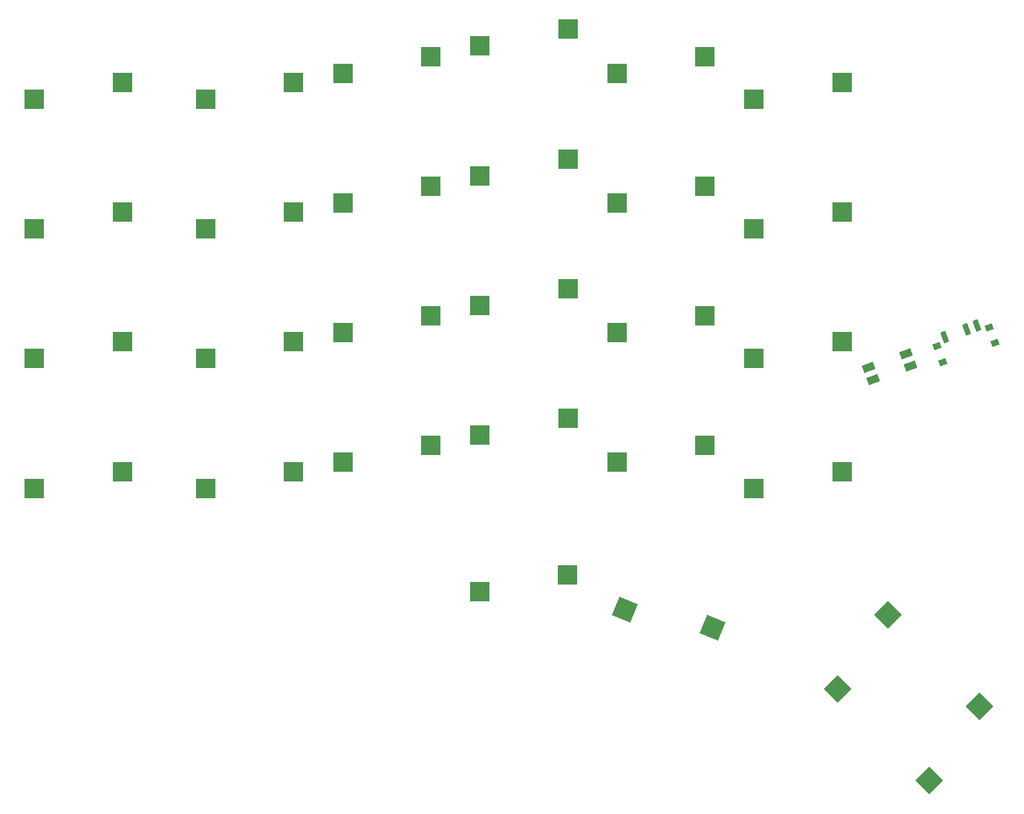
<source format=gbr>
%TF.GenerationSoftware,KiCad,Pcbnew,9.0.0*%
%TF.CreationDate,2025-03-18T17:15:54-04:00*%
%TF.ProjectId,skylight,736b796c-6967-4687-942e-6b696361645f,1.0*%
%TF.SameCoordinates,Original*%
%TF.FileFunction,Paste,Top*%
%TF.FilePolarity,Positive*%
%FSLAX46Y46*%
G04 Gerber Fmt 4.6, Leading zero omitted, Abs format (unit mm)*
G04 Created by KiCad (PCBNEW 9.0.0) date 2025-03-18 17:15:54*
%MOMM*%
%LPD*%
G01*
G04 APERTURE LIST*
G04 Aperture macros list*
%AMRotRect*
0 Rectangle, with rotation*
0 The origin of the aperture is its center*
0 $1 length*
0 $2 width*
0 $3 Rotation angle, in degrees counterclockwise*
0 Add horizontal line*
21,1,$1,$2,0,0,$3*%
G04 Aperture macros list end*
%ADD10R,2.600000X2.600000*%
%ADD11RotRect,1.000760X0.800100X20.000000*%
%ADD12RotRect,0.701040X1.501140X20.000000*%
%ADD13RotRect,1.550000X1.000000X20.000000*%
%ADD14RotRect,2.600000X2.600000X337.500000*%
%ADD15RotRect,2.600000X2.600000X45.000000*%
G04 APERTURE END LIST*
D10*
%TO.C,SW13*%
X51775000Y-79700000D03*
X40225000Y-81900000D03*
%TD*%
%TO.C,SW20*%
X62725000Y-98950000D03*
X74275000Y-96750000D03*
%TD*%
%TO.C,SW21*%
X80725000Y-95550000D03*
X92275000Y-93350000D03*
%TD*%
%TO.C,SW23*%
X116725000Y-95550000D03*
X128275000Y-93350000D03*
%TD*%
%TO.C,SW18*%
X134725000Y-81900000D03*
X146275000Y-79700000D03*
%TD*%
%TO.C,SW10*%
X98725000Y-57900000D03*
X110275000Y-55700000D03*
%TD*%
%TO.C,SW27*%
X98705000Y-112550000D03*
X110255000Y-110350000D03*
%TD*%
%TO.C,SW6*%
X134725000Y-47850000D03*
X146275000Y-45650000D03*
%TD*%
%TO.C,SW19*%
X40225000Y-98950000D03*
X51775000Y-96750000D03*
%TD*%
%TO.C,SW16*%
X98725000Y-74900000D03*
X110275000Y-72700000D03*
%TD*%
%TO.C,SW17*%
X116725000Y-78500000D03*
X128275000Y-76300000D03*
%TD*%
%TO.C,SW24*%
X134725000Y-98950000D03*
X146275000Y-96750000D03*
%TD*%
D11*
%TO.C,SW25*%
X158727861Y-80307960D03*
X159480182Y-82374945D03*
X165587579Y-77811227D03*
X166339900Y-79878212D03*
D12*
X159786722Y-79125177D03*
X162605556Y-78099206D03*
X164016166Y-77585786D03*
%TD*%
D13*
%TO.C,SW51*%
X155257410Y-82900936D03*
X150324024Y-84696542D03*
X154675976Y-81303458D03*
X149742590Y-83099064D03*
%TD*%
D10*
%TO.C,SW12*%
X134725000Y-64900000D03*
X146275000Y-62700000D03*
%TD*%
%TO.C,SW8*%
X62725000Y-64900000D03*
X74275000Y-62700000D03*
%TD*%
%TO.C,SW9*%
X80725000Y-61500000D03*
X92275000Y-59300000D03*
%TD*%
D14*
%TO.C,SW28*%
X117767406Y-114865830D03*
X129280118Y-117253289D03*
%TD*%
D10*
%TO.C,SW5*%
X116725000Y-44450000D03*
X128275000Y-42250000D03*
%TD*%
%TO.C,SW11*%
X116725000Y-61500000D03*
X128275000Y-59300000D03*
%TD*%
%TO.C,SW7*%
X40225000Y-64900000D03*
X51775000Y-62700000D03*
%TD*%
%TO.C,SW2*%
X62725000Y-47850000D03*
X74275000Y-45650000D03*
%TD*%
%TO.C,SW3*%
X80725000Y-44450000D03*
X92275000Y-42250000D03*
%TD*%
%TO.C,SW15*%
X80725000Y-78500000D03*
X92275000Y-76300000D03*
%TD*%
%TO.C,SW4*%
X98725000Y-40850000D03*
X110275000Y-38650000D03*
%TD*%
%TO.C,SW22*%
X98725000Y-91950000D03*
X110275000Y-89750000D03*
%TD*%
%TO.C,SW1*%
X40225000Y-47850000D03*
X51775000Y-45650000D03*
%TD*%
%TO.C,SW14*%
X62725000Y-81900000D03*
X74275000Y-79700000D03*
%TD*%
D15*
%TO.C,SW29*%
X145671629Y-125287001D03*
X152283077Y-115564283D03*
%TD*%
%TO.C,SW30*%
X157732575Y-137355752D03*
X164344023Y-127633034D03*
%TD*%
M02*

</source>
